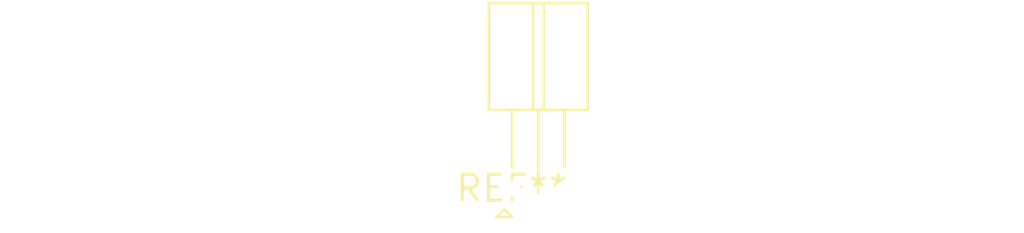
<source format=kicad_pcb>
(kicad_pcb (version 20240108) (generator pcbnew)
  (layers (0 "F.Cu" signal) (31 "B.Cu" signal) (34 "B.Paste" user) (35 "F.Paste" user) (36 "B.SilkS" user "B.Silkscreen") (37 "F.SilkS" user "F.Silkscreen") (38 "B.Mask" user) (39 "F.Mask" user) (44 "Edge.Cuts" user))
  (net 0 "")
  (footprint "TO-92_W4.0mm_StaggerEven_Horizontal_FlatSideUp" (layer "F.Cu") (at 0 0)
    (property "Reference" "REF**")
    (property "Value" "TO-92_W4.0mm_StaggerEven_Horizontal_FlatSideUp")
    (fp_line (start -1.13 -9) (end -1.13 -3.81) (layer "F.SilkS") (stroke (width 0.12)))
    (fp_line (start -1.13 -3.81) (end 3.67 -3.81) (layer "F.SilkS") (stroke (width 0.12)))
    (fp_line (start -0.762 1.397) (end -0.381 1.016) (layer "F.SilkS") (stroke (width 0.12)))
    (fp_line (start -0.381 1.016) (end 0 1.397) (layer "F.SilkS") (stroke (width 0.12)))
    (fp_line (start 0 -1.02) (end 0 -3.81) (layer "F.SilkS") (stroke (width 0.12)))
    (fp_line (start 0 1.397) (end -0.762 1.397) (layer "F.SilkS") (stroke (width 0.12)))
    (fp_line (start 1.016 -3.81) (end 1.016 -8.89) (layer "F.SilkS") (stroke (width 0.12)))
    (fp_line (start 1.27 0.25) (end 1.27 -3.81) (layer "F.SilkS") (stroke (width 0.12)))
    (fp_line (start 1.524 -3.81) (end 1.524 -8.89) (layer "F.SilkS") (stroke (width 0.12)))
    (fp_line (start 2.54 -1.02) (end 2.54 -3.81) (layer "F.SilkS") (stroke (width 0.12)))
    (fp_line (start 3.67 -9) (end -1.13 -9) (layer "F.SilkS") (stroke (width 0.12)))
    (fp_line (start 3.67 -3.81) (end 3.67 -9) (layer "F.SilkS") (stroke (width 0.12)))
    (pad "1" thru_hole rect (at 0 0 270) (size 1.3 1.3) (drill 0.75) (layers *.Cu *.Mask) (remove_unused_layers))
    (pad "2" thru_hole circle (at 1.27 1.27 270) (size 1.3 1.3) (drill 0.75) (layers *.Cu *.Mask) (remove_unused_layers))
    (pad "3" thru_hole circle (at 2.54 0 270) (size 1.3 1.3) (drill 0.75) (layers *.Cu *.Mask) (remove_unused_layers))
  )
)
</source>
